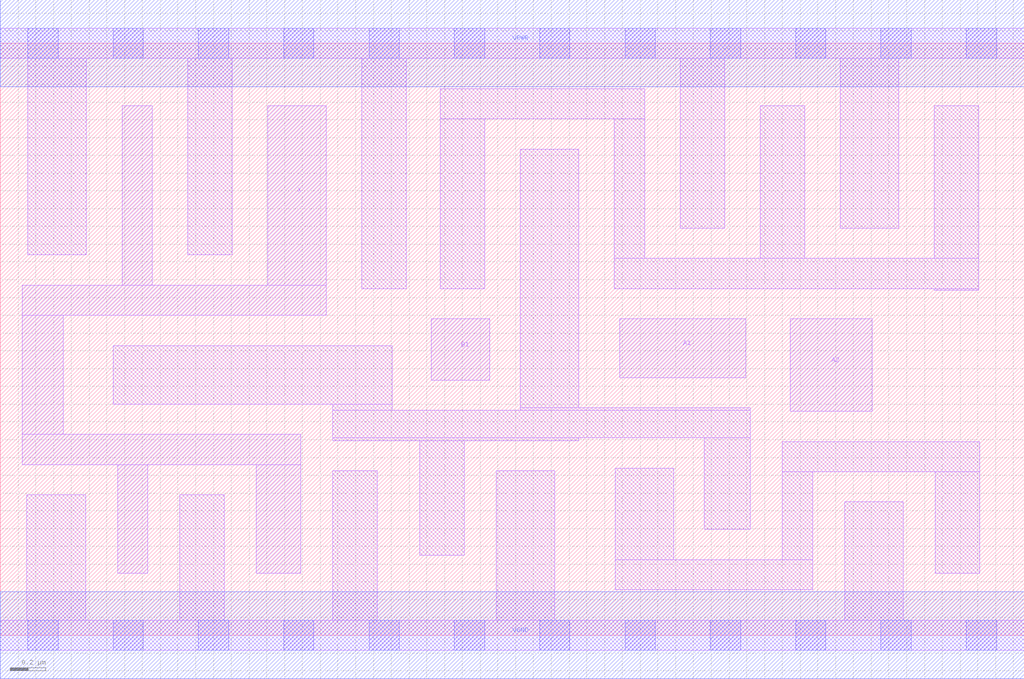
<source format=lef>
# Copyright 2020 The SkyWater PDK Authors
#
# Licensed under the Apache License, Version 2.0 (the "License");
# you may not use this file except in compliance with the License.
# You may obtain a copy of the License at
#
#     https://www.apache.org/licenses/LICENSE-2.0
#
# Unless required by applicable law or agreed to in writing, software
# distributed under the License is distributed on an "AS IS" BASIS,
# WITHOUT WARRANTIES OR CONDITIONS OF ANY KIND, either express or implied.
# See the License for the specific language governing permissions and
# limitations under the License.
#
# SPDX-License-Identifier: Apache-2.0

VERSION 5.7 ;
  NOWIREEXTENSIONATPIN ON ;
  DIVIDERCHAR "/" ;
  BUSBITCHARS "[]" ;
UNITS
  DATABASE MICRONS 200 ;
END UNITS
MACRO sky130_fd_sc_ms__a21o_4
  CLASS CORE ;
  FOREIGN sky130_fd_sc_ms__a21o_4 ;
  ORIGIN  0.000000  0.000000 ;
  SIZE  5.760000 BY  3.330000 ;
  SYMMETRY X Y ;
  SITE unit ;
  PIN A1
    ANTENNAGATEAREA  0.552000 ;
    DIRECTION INPUT ;
    USE SIGNAL ;
    PORT
      LAYER li1 ;
        RECT 3.485000 1.450000 4.195000 1.780000 ;
    END
  END A1
  PIN A2
    ANTENNAGATEAREA  0.552000 ;
    DIRECTION INPUT ;
    USE SIGNAL ;
    PORT
      LAYER li1 ;
        RECT 4.445000 1.260000 4.905000 1.780000 ;
    END
  END A2
  PIN B1
    ANTENNAGATEAREA  0.552000 ;
    DIRECTION INPUT ;
    USE SIGNAL ;
    PORT
      LAYER li1 ;
        RECT 2.425000 1.435000 2.755000 1.780000 ;
    END
  END B1
  PIN X
    ANTENNADIFFAREA  1.019200 ;
    DIRECTION OUTPUT ;
    USE SIGNAL ;
    PORT
      LAYER li1 ;
        RECT 0.125000 0.960000 1.690000 1.130000 ;
        RECT 0.125000 1.130000 0.355000 1.800000 ;
        RECT 0.125000 1.800000 1.835000 1.970000 ;
        RECT 0.660000 0.350000 0.830000 0.960000 ;
        RECT 0.685000 1.970000 0.855000 2.980000 ;
        RECT 1.440000 0.350000 1.690000 0.960000 ;
        RECT 1.505000 1.970000 1.835000 2.980000 ;
    END
  END X
  PIN VGND
    DIRECTION INOUT ;
    USE GROUND ;
    PORT
      LAYER met1 ;
        RECT 0.000000 -0.245000 5.760000 0.245000 ;
    END
  END VGND
  PIN VPWR
    DIRECTION INOUT ;
    USE POWER ;
    PORT
      LAYER met1 ;
        RECT 0.000000 3.085000 5.760000 3.575000 ;
    END
  END VPWR
  OBS
    LAYER li1 ;
      RECT 0.000000 -0.085000 5.760000 0.085000 ;
      RECT 0.000000  3.245000 5.760000 3.415000 ;
      RECT 0.150000  0.085000 0.480000 0.790000 ;
      RECT 0.155000  2.140000 0.485000 3.245000 ;
      RECT 0.635000  1.300000 2.205000 1.630000 ;
      RECT 1.010000  0.085000 1.260000 0.790000 ;
      RECT 1.055000  2.140000 1.305000 3.245000 ;
      RECT 1.870000  0.085000 2.120000 0.925000 ;
      RECT 1.870000  1.095000 3.255000 1.110000 ;
      RECT 1.870000  1.110000 4.220000 1.265000 ;
      RECT 1.870000  1.265000 2.205000 1.300000 ;
      RECT 2.035000  1.950000 2.285000 3.245000 ;
      RECT 2.360000  0.450000 2.610000 1.095000 ;
      RECT 2.475000  1.950000 2.725000 2.905000 ;
      RECT 2.475000  2.905000 3.625000 3.075000 ;
      RECT 2.790000  0.085000 3.120000 0.925000 ;
      RECT 2.925000  1.265000 4.220000 1.280000 ;
      RECT 2.925000  1.280000 3.255000 2.735000 ;
      RECT 3.455000  1.950000 5.505000 2.120000 ;
      RECT 3.455000  2.120000 3.625000 2.905000 ;
      RECT 3.460000  0.255000 4.570000 0.425000 ;
      RECT 3.460000  0.425000 3.790000 0.940000 ;
      RECT 3.825000  2.290000 4.075000 3.245000 ;
      RECT 3.960000  0.595000 4.220000 1.110000 ;
      RECT 4.275000  2.120000 4.525000 2.980000 ;
      RECT 4.400000  0.425000 4.570000 0.920000 ;
      RECT 4.400000  0.920000 5.510000 1.090000 ;
      RECT 4.725000  2.290000 5.055000 3.245000 ;
      RECT 4.750000  0.085000 5.080000 0.750000 ;
      RECT 5.255000  1.940000 5.505000 1.950000 ;
      RECT 5.255000  2.120000 5.505000 2.980000 ;
      RECT 5.260000  0.350000 5.510000 0.920000 ;
    LAYER mcon ;
      RECT 0.155000 -0.085000 0.325000 0.085000 ;
      RECT 0.155000  3.245000 0.325000 3.415000 ;
      RECT 0.635000 -0.085000 0.805000 0.085000 ;
      RECT 0.635000  3.245000 0.805000 3.415000 ;
      RECT 1.115000 -0.085000 1.285000 0.085000 ;
      RECT 1.115000  3.245000 1.285000 3.415000 ;
      RECT 1.595000 -0.085000 1.765000 0.085000 ;
      RECT 1.595000  3.245000 1.765000 3.415000 ;
      RECT 2.075000 -0.085000 2.245000 0.085000 ;
      RECT 2.075000  3.245000 2.245000 3.415000 ;
      RECT 2.555000 -0.085000 2.725000 0.085000 ;
      RECT 2.555000  3.245000 2.725000 3.415000 ;
      RECT 3.035000 -0.085000 3.205000 0.085000 ;
      RECT 3.035000  3.245000 3.205000 3.415000 ;
      RECT 3.515000 -0.085000 3.685000 0.085000 ;
      RECT 3.515000  3.245000 3.685000 3.415000 ;
      RECT 3.995000 -0.085000 4.165000 0.085000 ;
      RECT 3.995000  3.245000 4.165000 3.415000 ;
      RECT 4.475000 -0.085000 4.645000 0.085000 ;
      RECT 4.475000  3.245000 4.645000 3.415000 ;
      RECT 4.955000 -0.085000 5.125000 0.085000 ;
      RECT 4.955000  3.245000 5.125000 3.415000 ;
      RECT 5.435000 -0.085000 5.605000 0.085000 ;
      RECT 5.435000  3.245000 5.605000 3.415000 ;
  END
END sky130_fd_sc_ms__a21o_4
END LIBRARY

</source>
